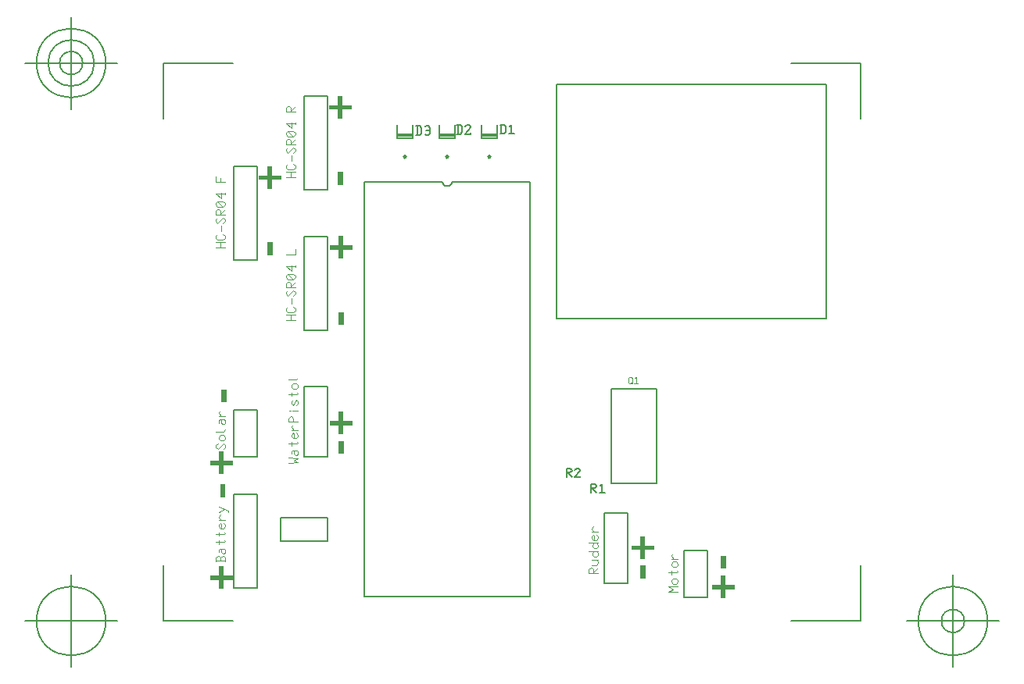
<source format=gbr>
G04 Generated by Ultiboard 14.2 *
%FSLAX34Y34*%
%MOMM*%

%ADD10C,0.0001*%
%ADD11C,0.0933*%
%ADD12C,0.0010*%
%ADD13C,0.2000*%
%ADD14C,0.2032*%
%ADD15C,0.1556*%
%ADD16C,0.2500*%
%ADD17C,0.1129*%
%ADD18C,0.1270*%


G04 ColorRGB FFFF00 for the following layer *
%LNSilkscreen Top*%
%LPD*%
G54D10*
G54D11*
X133080Y168636D02*
X143080Y169631D01*
X139080Y171622D01*
X143080Y173613D01*
X133080Y174609D01*
X136080Y178591D02*
X136080Y181578D01*
X137080Y182573D01*
X142080Y182573D01*
X143080Y181578D01*
X143080Y178591D01*
X142080Y177596D01*
X140080Y177596D01*
X139080Y178591D01*
X139080Y182573D01*
X142080Y182573D02*
X143080Y183569D01*
X142080Y191533D02*
X143080Y190538D01*
X142080Y189542D01*
X133080Y189542D01*
X136080Y187551D02*
X136080Y191533D01*
X141080Y201489D02*
X143080Y199498D01*
X143080Y197507D01*
X141080Y195516D01*
X138080Y195516D01*
X136080Y197507D01*
X136080Y199498D01*
X138080Y201489D01*
X139080Y200493D01*
X139080Y195516D01*
X139080Y204476D02*
X136080Y207462D01*
X136080Y208458D01*
X138080Y210449D01*
X143080Y204476D02*
X136080Y204476D01*
X143080Y213436D02*
X133080Y213436D01*
X133080Y217418D01*
X135080Y219409D01*
X136080Y219409D01*
X138080Y217418D01*
X138080Y213436D01*
X143080Y225382D02*
X137080Y225382D01*
X135080Y225382D02*
X134080Y225382D01*
X141080Y231356D02*
X143080Y233347D01*
X143080Y235338D01*
X141080Y237329D01*
X138080Y231356D01*
X136080Y233347D01*
X136080Y235338D01*
X138080Y237329D01*
X142080Y245293D02*
X143080Y244298D01*
X142080Y243302D01*
X133080Y243302D01*
X136080Y241311D02*
X136080Y245293D01*
X141080Y249276D02*
X143080Y251267D01*
X143080Y253258D01*
X141080Y255249D01*
X138080Y255249D01*
X136080Y253258D01*
X136080Y251267D01*
X138080Y249276D01*
X141080Y249276D01*
X133080Y259231D02*
X141080Y259231D01*
X143080Y261222D01*
X140265Y323301D02*
X130265Y323301D01*
X140265Y329274D02*
X130265Y329274D01*
X135265Y323301D02*
X135265Y329274D01*
X138265Y338234D02*
X140265Y336243D01*
X140265Y334252D01*
X138265Y332261D01*
X132265Y332261D01*
X130265Y334252D01*
X130265Y336243D01*
X132265Y338234D01*
X136265Y341221D02*
X136265Y347194D01*
X138265Y350181D02*
X140265Y352172D01*
X140265Y354163D01*
X138265Y356154D01*
X132265Y350181D01*
X130265Y352172D01*
X130265Y354163D01*
X132265Y356154D01*
X140265Y359141D02*
X130265Y359141D01*
X130265Y363123D01*
X132265Y365114D01*
X133265Y365114D01*
X135265Y363123D01*
X135265Y359141D01*
X135265Y360136D02*
X140265Y365114D01*
X132265Y368101D02*
X130265Y370092D01*
X130265Y372083D01*
X132265Y374074D01*
X138265Y374074D01*
X140265Y372083D01*
X140265Y370092D01*
X138265Y368101D01*
X132265Y368101D01*
X132265Y374074D02*
X138265Y368101D01*
X136265Y383034D02*
X136265Y377061D01*
X130265Y382039D01*
X140265Y382039D01*
X140265Y381043D02*
X140265Y383034D01*
X130265Y394981D02*
X140265Y394981D01*
X140265Y400954D01*
X64065Y402041D02*
X54065Y402041D01*
X64065Y408014D02*
X54065Y408014D01*
X59065Y402041D02*
X59065Y408014D01*
X62065Y416974D02*
X64065Y414983D01*
X64065Y412992D01*
X62065Y411001D01*
X56065Y411001D01*
X54065Y412992D01*
X54065Y414983D01*
X56065Y416974D01*
X60065Y419961D02*
X60065Y425934D01*
X62065Y428921D02*
X64065Y430912D01*
X64065Y432903D01*
X62065Y434894D01*
X56065Y428921D01*
X54065Y430912D01*
X54065Y432903D01*
X56065Y434894D01*
X64065Y437881D02*
X54065Y437881D01*
X54065Y441863D01*
X56065Y443854D01*
X57065Y443854D01*
X59065Y441863D01*
X59065Y437881D01*
X59065Y438876D02*
X64065Y443854D01*
X56065Y446841D02*
X54065Y448832D01*
X54065Y450823D01*
X56065Y452814D01*
X62065Y452814D01*
X64065Y450823D01*
X64065Y448832D01*
X62065Y446841D01*
X56065Y446841D01*
X56065Y452814D02*
X62065Y446841D01*
X60065Y461774D02*
X60065Y455801D01*
X54065Y460779D01*
X64065Y460779D01*
X64065Y459783D02*
X64065Y461774D01*
X64065Y473721D02*
X54065Y473721D01*
X54065Y479694D01*
X59065Y473721D02*
X59065Y477703D01*
X140265Y478241D02*
X130265Y478241D01*
X140265Y484214D02*
X130265Y484214D01*
X135265Y478241D02*
X135265Y484214D01*
X138265Y493174D02*
X140265Y491183D01*
X140265Y489192D01*
X138265Y487201D01*
X132265Y487201D01*
X130265Y489192D01*
X130265Y491183D01*
X132265Y493174D01*
X136265Y496161D02*
X136265Y502134D01*
X138265Y505121D02*
X140265Y507112D01*
X140265Y509103D01*
X138265Y511094D01*
X132265Y505121D01*
X130265Y507112D01*
X130265Y509103D01*
X132265Y511094D01*
X140265Y514081D02*
X130265Y514081D01*
X130265Y518063D01*
X132265Y520054D01*
X133265Y520054D01*
X135265Y518063D01*
X135265Y514081D01*
X135265Y515076D02*
X140265Y520054D01*
X132265Y523041D02*
X130265Y525032D01*
X130265Y527023D01*
X132265Y529014D01*
X138265Y529014D01*
X140265Y527023D01*
X140265Y525032D01*
X138265Y523041D01*
X132265Y523041D01*
X132265Y529014D02*
X138265Y523041D01*
X136265Y537974D02*
X136265Y532001D01*
X130265Y536979D01*
X140265Y536979D01*
X140265Y535983D02*
X140265Y537974D01*
X140265Y549921D02*
X130265Y549921D01*
X130265Y553903D01*
X132265Y555894D01*
X133265Y555894D01*
X135265Y553903D01*
X135265Y549921D01*
X135265Y550916D02*
X140265Y555894D01*
X62340Y184016D02*
X64340Y186007D01*
X64340Y187998D01*
X62340Y189989D01*
X56340Y184016D01*
X54340Y186007D01*
X54340Y187998D01*
X56340Y189989D01*
X62340Y192976D02*
X64340Y194967D01*
X64340Y196958D01*
X62340Y198949D01*
X59340Y198949D01*
X57340Y196958D01*
X57340Y194967D01*
X59340Y192976D01*
X62340Y192976D01*
X54340Y202931D02*
X62340Y202931D01*
X64340Y204922D01*
X57340Y211891D02*
X57340Y214878D01*
X58340Y215873D01*
X63340Y215873D01*
X64340Y214878D01*
X64340Y211891D01*
X63340Y210896D01*
X61340Y210896D01*
X60340Y211891D01*
X60340Y215873D01*
X63340Y215873D02*
X64340Y216869D01*
X60340Y219856D02*
X57340Y222842D01*
X57340Y223838D01*
X59340Y225829D01*
X64340Y219856D02*
X57340Y219856D01*
X554560Y28936D02*
X544560Y28936D01*
X549560Y31922D01*
X544560Y34909D01*
X554560Y34909D01*
X552560Y37896D02*
X554560Y39887D01*
X554560Y41878D01*
X552560Y43869D01*
X549560Y43869D01*
X547560Y41878D01*
X547560Y39887D01*
X549560Y37896D01*
X552560Y37896D01*
X553560Y51833D02*
X554560Y50838D01*
X553560Y49842D01*
X544560Y49842D01*
X547560Y47851D02*
X547560Y51833D01*
X552560Y55816D02*
X554560Y57807D01*
X554560Y59798D01*
X552560Y61789D01*
X549560Y61789D01*
X547560Y59798D01*
X547560Y57807D01*
X549560Y55816D01*
X552560Y55816D01*
X550560Y64776D02*
X547560Y67762D01*
X547560Y68758D01*
X549560Y70749D01*
X554560Y64776D02*
X547560Y64776D01*
X468200Y49256D02*
X458200Y49256D01*
X458200Y53238D01*
X460200Y55229D01*
X461200Y55229D01*
X463200Y53238D01*
X463200Y49256D01*
X463200Y50251D02*
X468200Y55229D01*
X461200Y58216D02*
X466200Y58216D01*
X468200Y60207D01*
X468200Y62198D01*
X466200Y64189D01*
X461200Y64189D01*
X466200Y64189D02*
X468200Y64189D01*
X466200Y73149D02*
X468200Y71158D01*
X468200Y69167D01*
X466200Y67176D01*
X464200Y67176D01*
X462200Y69167D01*
X462200Y71158D01*
X464200Y73149D01*
X458200Y73149D02*
X468200Y73149D01*
X466200Y82109D02*
X468200Y80118D01*
X468200Y78127D01*
X466200Y76136D01*
X464200Y76136D01*
X462200Y78127D01*
X462200Y80118D01*
X464200Y82109D01*
X458200Y82109D02*
X468200Y82109D01*
X466200Y91069D02*
X468200Y89078D01*
X468200Y87087D01*
X466200Y85096D01*
X463200Y85096D01*
X461200Y87087D01*
X461200Y89078D01*
X463200Y91069D01*
X464200Y90073D01*
X464200Y85096D01*
X464200Y94056D02*
X461200Y97042D01*
X461200Y98038D01*
X463200Y100029D01*
X468200Y94056D02*
X461200Y94056D01*
X64340Y61956D02*
X64340Y65938D01*
X62340Y67929D01*
X61340Y67929D01*
X59340Y65938D01*
X57340Y67929D01*
X56340Y67929D01*
X54340Y65938D01*
X54340Y62951D01*
X54340Y61956D01*
X59340Y62951D02*
X59340Y65938D01*
X54340Y62951D02*
X64340Y62951D01*
X57340Y71911D02*
X57340Y74898D01*
X58340Y75893D01*
X63340Y75893D01*
X64340Y74898D01*
X64340Y71911D01*
X63340Y70916D01*
X61340Y70916D01*
X60340Y71911D01*
X60340Y75893D01*
X63340Y75893D02*
X64340Y76889D01*
X63340Y84853D02*
X64340Y83858D01*
X63340Y82862D01*
X54340Y82862D01*
X57340Y80871D02*
X57340Y84853D01*
X63340Y93813D02*
X64340Y92818D01*
X63340Y91822D01*
X54340Y91822D01*
X57340Y89831D02*
X57340Y93813D01*
X62340Y103769D02*
X64340Y101778D01*
X64340Y99787D01*
X62340Y97796D01*
X59340Y97796D01*
X57340Y99787D01*
X57340Y101778D01*
X59340Y103769D01*
X60340Y102773D01*
X60340Y97796D01*
X60340Y106756D02*
X57340Y109742D01*
X57340Y110738D01*
X59340Y112729D01*
X64340Y106756D02*
X57340Y106756D01*
X67340Y115716D02*
X67340Y116711D01*
X57340Y121689D01*
X57340Y115716D02*
X63340Y118702D01*
G54D12*
G36*
X57875Y56597D02*
X57875Y56597D01*
X61926Y33205D01*
X61926Y56597D01*
X57875Y56597D01*
D02*
G37*
X61926Y33205D01*
X61926Y56597D01*
X57875Y56597D01*
G36*
X61926Y33205D02*
X61926Y33205D01*
X57875Y56597D01*
X57875Y46927D01*
X61926Y33205D01*
D02*
G37*
X57875Y56597D01*
X57875Y46927D01*
X61926Y33205D01*
G36*
X57875Y46927D02*
X57875Y46927D01*
X57875Y42875D01*
X61926Y33205D01*
X57875Y46927D01*
D02*
G37*
X57875Y42875D01*
X61926Y33205D01*
X57875Y46927D01*
G36*
X57875Y42875D02*
X57875Y42875D01*
X57875Y46927D01*
X48204Y46927D01*
X57875Y42875D01*
D02*
G37*
X57875Y46927D01*
X48204Y46927D01*
X57875Y42875D01*
G36*
X48204Y46927D02*
X48204Y46927D01*
X48204Y42875D01*
X57875Y42875D01*
X48204Y46927D01*
D02*
G37*
X48204Y42875D01*
X57875Y42875D01*
X48204Y46927D01*
G36*
X61926Y42875D02*
X61926Y42875D01*
X71597Y42875D01*
X61926Y46927D01*
X61926Y42875D01*
D02*
G37*
X71597Y42875D01*
X61926Y46927D01*
X61926Y42875D01*
G36*
X61926Y42875D01*
X61926Y56597D01*
X61926Y42875D01*
D02*
G37*
X61926Y56597D01*
X61926Y42875D01*
G36*
X61926Y42875D01*
X61926Y56597D01*
X61926Y33205D01*
X61926Y42875D01*
D02*
G37*
X61926Y56597D01*
X61926Y33205D01*
X61926Y42875D01*
G36*
X61926Y46927D02*
X61926Y46927D01*
X71597Y42875D01*
X71597Y46927D01*
X61926Y46927D01*
D02*
G37*
X71597Y42875D01*
X71597Y46927D01*
X61926Y46927D01*
G36*
X61926Y33205D02*
X61926Y33205D01*
X57875Y42875D01*
X57875Y33205D01*
X61926Y33205D01*
D02*
G37*
X57875Y42875D01*
X57875Y33205D01*
X61926Y33205D01*
G36*
X57875Y181057D02*
X57875Y181057D01*
X61926Y157665D01*
X61926Y181057D01*
X57875Y181057D01*
D02*
G37*
X61926Y157665D01*
X61926Y181057D01*
X57875Y181057D01*
G36*
X61926Y157665D02*
X61926Y157665D01*
X57875Y181057D01*
X57875Y171387D01*
X61926Y157665D01*
D02*
G37*
X57875Y181057D01*
X57875Y171387D01*
X61926Y157665D01*
G36*
X57875Y171387D02*
X57875Y171387D01*
X57875Y167335D01*
X61926Y157665D01*
X57875Y171387D01*
D02*
G37*
X57875Y167335D01*
X61926Y157665D01*
X57875Y171387D01*
G36*
X57875Y167335D02*
X57875Y167335D01*
X57875Y171387D01*
X48204Y171387D01*
X57875Y167335D01*
D02*
G37*
X57875Y171387D01*
X48204Y171387D01*
X57875Y167335D01*
G36*
X48204Y171387D02*
X48204Y171387D01*
X48204Y167335D01*
X57875Y167335D01*
X48204Y171387D01*
D02*
G37*
X48204Y167335D01*
X57875Y167335D01*
X48204Y171387D01*
G36*
X61926Y167335D02*
X61926Y167335D01*
X71597Y167335D01*
X61926Y171387D01*
X61926Y167335D01*
D02*
G37*
X71597Y167335D01*
X61926Y171387D01*
X61926Y167335D01*
G36*
X61926Y167335D01*
X61926Y181057D01*
X61926Y167335D01*
D02*
G37*
X61926Y181057D01*
X61926Y167335D01*
G36*
X61926Y167335D01*
X61926Y181057D01*
X61926Y157665D01*
X61926Y167335D01*
D02*
G37*
X61926Y181057D01*
X61926Y157665D01*
X61926Y167335D01*
G36*
X61926Y171387D02*
X61926Y171387D01*
X71597Y167335D01*
X71597Y171387D01*
X61926Y171387D01*
D02*
G37*
X71597Y167335D01*
X71597Y171387D01*
X61926Y171387D01*
G36*
X61926Y157665D02*
X61926Y157665D01*
X57875Y167335D01*
X57875Y157665D01*
X61926Y157665D01*
D02*
G37*
X57875Y167335D01*
X57875Y157665D01*
X61926Y157665D01*
G36*
X63180Y145513D02*
X63180Y145513D01*
X58815Y145513D01*
X58815Y132249D01*
X63180Y145513D01*
D02*
G37*
X58815Y145513D01*
X58815Y132249D01*
X63180Y145513D01*
G36*
X63180Y145513D01*
X58815Y132249D01*
X63180Y132249D01*
X63180Y145513D01*
D02*
G37*
X58815Y132249D01*
X63180Y132249D01*
X63180Y145513D01*
G36*
X64715Y248535D02*
X64715Y248535D01*
X60350Y248535D01*
X60350Y235272D01*
X64715Y248535D01*
D02*
G37*
X60350Y248535D01*
X60350Y235272D01*
X64715Y248535D01*
G36*
X64715Y248535D01*
X60350Y235272D01*
X64715Y235272D01*
X64715Y248535D01*
D02*
G37*
X60350Y235272D01*
X64715Y235272D01*
X64715Y248535D01*
G36*
X187415Y224237D02*
X187415Y224237D01*
X191466Y200845D01*
X191466Y224237D01*
X187415Y224237D01*
D02*
G37*
X191466Y200845D01*
X191466Y224237D01*
X187415Y224237D01*
G36*
X191466Y200845D02*
X191466Y200845D01*
X187415Y224237D01*
X187415Y214567D01*
X191466Y200845D01*
D02*
G37*
X187415Y224237D01*
X187415Y214567D01*
X191466Y200845D01*
G36*
X187415Y214567D02*
X187415Y214567D01*
X187415Y210515D01*
X191466Y200845D01*
X187415Y214567D01*
D02*
G37*
X187415Y210515D01*
X191466Y200845D01*
X187415Y214567D01*
G36*
X187415Y210515D02*
X187415Y210515D01*
X187415Y214567D01*
X177744Y214567D01*
X187415Y210515D01*
D02*
G37*
X187415Y214567D01*
X177744Y214567D01*
X187415Y210515D01*
G36*
X177744Y214567D02*
X177744Y214567D01*
X177744Y210515D01*
X187415Y210515D01*
X177744Y214567D01*
D02*
G37*
X177744Y210515D01*
X187415Y210515D01*
X177744Y214567D01*
G36*
X191466Y210515D02*
X191466Y210515D01*
X201137Y210515D01*
X191466Y214567D01*
X191466Y210515D01*
D02*
G37*
X201137Y210515D01*
X191466Y214567D01*
X191466Y210515D01*
G36*
X191466Y210515D01*
X191466Y224237D01*
X191466Y210515D01*
D02*
G37*
X191466Y224237D01*
X191466Y210515D01*
G36*
X191466Y210515D01*
X191466Y224237D01*
X191466Y200845D01*
X191466Y210515D01*
D02*
G37*
X191466Y224237D01*
X191466Y200845D01*
X191466Y210515D01*
G36*
X191466Y214567D02*
X191466Y214567D01*
X201137Y210515D01*
X201137Y214567D01*
X191466Y214567D01*
D02*
G37*
X201137Y210515D01*
X201137Y214567D01*
X191466Y214567D01*
G36*
X191466Y200845D02*
X191466Y200845D01*
X187415Y210515D01*
X187415Y200845D01*
X191466Y200845D01*
D02*
G37*
X187415Y210515D01*
X187415Y200845D01*
X191466Y200845D01*
G36*
X191715Y192655D02*
X191715Y192655D01*
X187350Y192655D01*
X187350Y179392D01*
X191715Y192655D01*
D02*
G37*
X187350Y192655D01*
X187350Y179392D01*
X191715Y192655D01*
G36*
X191715Y192655D01*
X187350Y179392D01*
X191715Y179392D01*
X191715Y192655D01*
D02*
G37*
X187350Y179392D01*
X191715Y179392D01*
X191715Y192655D01*
G36*
X191715Y332355D02*
X191715Y332355D01*
X187350Y332355D01*
X187350Y319092D01*
X191715Y332355D01*
D02*
G37*
X187350Y332355D01*
X187350Y319092D01*
X191715Y332355D01*
G36*
X191715Y332355D01*
X187350Y319092D01*
X191715Y319092D01*
X191715Y332355D01*
D02*
G37*
X187350Y319092D01*
X191715Y319092D01*
X191715Y332355D01*
G36*
X187415Y414737D02*
X187415Y414737D01*
X191466Y391345D01*
X191466Y414737D01*
X187415Y414737D01*
D02*
G37*
X191466Y391345D01*
X191466Y414737D01*
X187415Y414737D01*
G36*
X191466Y391345D02*
X191466Y391345D01*
X187415Y414737D01*
X187415Y405067D01*
X191466Y391345D01*
D02*
G37*
X187415Y414737D01*
X187415Y405067D01*
X191466Y391345D01*
G36*
X187415Y405067D02*
X187415Y405067D01*
X187415Y401015D01*
X191466Y391345D01*
X187415Y405067D01*
D02*
G37*
X187415Y401015D01*
X191466Y391345D01*
X187415Y405067D01*
G36*
X187415Y401015D02*
X187415Y401015D01*
X187415Y405067D01*
X177744Y405067D01*
X187415Y401015D01*
D02*
G37*
X187415Y405067D01*
X177744Y405067D01*
X187415Y401015D01*
G36*
X177744Y405067D02*
X177744Y405067D01*
X177744Y401015D01*
X187415Y401015D01*
X177744Y405067D01*
D02*
G37*
X177744Y401015D01*
X187415Y401015D01*
X177744Y405067D01*
G36*
X191466Y401015D02*
X191466Y401015D01*
X201137Y401015D01*
X191466Y405067D01*
X191466Y401015D01*
D02*
G37*
X201137Y401015D01*
X191466Y405067D01*
X191466Y401015D01*
G36*
X191466Y401015D01*
X191466Y414737D01*
X191466Y401015D01*
D02*
G37*
X191466Y414737D01*
X191466Y401015D01*
G36*
X191466Y401015D01*
X191466Y414737D01*
X191466Y391345D01*
X191466Y401015D01*
D02*
G37*
X191466Y414737D01*
X191466Y391345D01*
X191466Y401015D01*
G36*
X191466Y405067D02*
X191466Y405067D01*
X201137Y401015D01*
X201137Y405067D01*
X191466Y405067D01*
D02*
G37*
X201137Y401015D01*
X201137Y405067D01*
X191466Y405067D01*
G36*
X191466Y391345D02*
X191466Y391345D01*
X187415Y401015D01*
X187415Y391345D01*
X191466Y391345D01*
D02*
G37*
X187415Y401015D01*
X187415Y391345D01*
X191466Y391345D01*
G36*
X186570Y566534D02*
X186570Y566534D01*
X190621Y543142D01*
X190621Y566534D01*
X186570Y566534D01*
D02*
G37*
X190621Y543142D01*
X190621Y566534D01*
X186570Y566534D01*
G36*
X190621Y543142D02*
X190621Y543142D01*
X186570Y566534D01*
X186570Y556863D01*
X190621Y543142D01*
D02*
G37*
X186570Y566534D01*
X186570Y556863D01*
X190621Y543142D01*
G36*
X186570Y556863D02*
X186570Y556863D01*
X186570Y552812D01*
X190621Y543142D01*
X186570Y556863D01*
D02*
G37*
X186570Y552812D01*
X190621Y543142D01*
X186570Y556863D01*
G36*
X186570Y552812D02*
X186570Y552812D01*
X186570Y556863D01*
X176899Y556863D01*
X186570Y552812D01*
D02*
G37*
X186570Y556863D01*
X176899Y556863D01*
X186570Y552812D01*
G36*
X176899Y556863D02*
X176899Y556863D01*
X176899Y552812D01*
X186570Y552812D01*
X176899Y556863D01*
D02*
G37*
X176899Y552812D01*
X186570Y552812D01*
X176899Y556863D01*
G36*
X190621Y552812D02*
X190621Y552812D01*
X200292Y552812D01*
X190621Y556863D01*
X190621Y552812D01*
D02*
G37*
X200292Y552812D01*
X190621Y556863D01*
X190621Y552812D01*
G36*
X190621Y552812D01*
X190621Y566534D01*
X190621Y552812D01*
D02*
G37*
X190621Y566534D01*
X190621Y552812D01*
G36*
X190621Y552812D01*
X190621Y566534D01*
X190621Y543142D01*
X190621Y552812D01*
D02*
G37*
X190621Y566534D01*
X190621Y543142D01*
X190621Y552812D01*
G36*
X190621Y556863D02*
X190621Y556863D01*
X200292Y552812D01*
X200292Y556863D01*
X190621Y556863D01*
D02*
G37*
X200292Y552812D01*
X200292Y556863D01*
X190621Y556863D01*
G36*
X190621Y543142D02*
X190621Y543142D01*
X186570Y552812D01*
X186570Y543142D01*
X190621Y543142D01*
D02*
G37*
X186570Y552812D01*
X186570Y543142D01*
X190621Y543142D01*
G36*
X190870Y484152D02*
X190870Y484152D01*
X186505Y484152D01*
X186505Y470888D01*
X190870Y484152D01*
D02*
G37*
X186505Y484152D01*
X186505Y470888D01*
X190870Y484152D01*
G36*
X190870Y484152D01*
X186505Y470888D01*
X190870Y470888D01*
X190870Y484152D01*
D02*
G37*
X186505Y470888D01*
X190870Y470888D01*
X190870Y484152D01*
G36*
X110370Y490334D02*
X110370Y490334D01*
X114421Y466942D01*
X114421Y490334D01*
X110370Y490334D01*
D02*
G37*
X114421Y466942D01*
X114421Y490334D01*
X110370Y490334D01*
G36*
X114421Y466942D02*
X114421Y466942D01*
X110370Y490334D01*
X110370Y480663D01*
X114421Y466942D01*
D02*
G37*
X110370Y490334D01*
X110370Y480663D01*
X114421Y466942D01*
G36*
X110370Y480663D02*
X110370Y480663D01*
X110370Y476612D01*
X114421Y466942D01*
X110370Y480663D01*
D02*
G37*
X110370Y476612D01*
X114421Y466942D01*
X110370Y480663D01*
G36*
X110370Y476612D02*
X110370Y476612D01*
X110370Y480663D01*
X100699Y480663D01*
X110370Y476612D01*
D02*
G37*
X110370Y480663D01*
X100699Y480663D01*
X110370Y476612D01*
G36*
X100699Y480663D02*
X100699Y480663D01*
X100699Y476612D01*
X110370Y476612D01*
X100699Y480663D01*
D02*
G37*
X100699Y476612D01*
X110370Y476612D01*
X100699Y480663D01*
G36*
X114421Y476612D02*
X114421Y476612D01*
X124092Y476612D01*
X114421Y480663D01*
X114421Y476612D01*
D02*
G37*
X124092Y476612D01*
X114421Y480663D01*
X114421Y476612D01*
G36*
X114421Y476612D01*
X114421Y490334D01*
X114421Y476612D01*
D02*
G37*
X114421Y490334D01*
X114421Y476612D01*
G36*
X114421Y476612D01*
X114421Y490334D01*
X114421Y466942D01*
X114421Y476612D01*
D02*
G37*
X114421Y490334D01*
X114421Y466942D01*
X114421Y476612D01*
G36*
X114421Y480663D02*
X114421Y480663D01*
X124092Y476612D01*
X124092Y480663D01*
X114421Y480663D01*
D02*
G37*
X124092Y476612D01*
X124092Y480663D01*
X114421Y480663D01*
G36*
X114421Y466942D02*
X114421Y466942D01*
X110370Y476612D01*
X110370Y466942D01*
X114421Y466942D01*
D02*
G37*
X110370Y476612D01*
X110370Y466942D01*
X114421Y466942D01*
G36*
X114670Y407952D02*
X114670Y407952D01*
X110305Y407952D01*
X110305Y394688D01*
X114670Y407952D01*
D02*
G37*
X110305Y407952D01*
X110305Y394688D01*
X114670Y407952D01*
G36*
X114670Y407952D01*
X110305Y394688D01*
X114670Y394688D01*
X114670Y407952D01*
D02*
G37*
X110305Y394688D01*
X114670Y394688D01*
X114670Y407952D01*
G36*
X601435Y46437D02*
X601435Y46437D01*
X605486Y23045D01*
X605486Y46437D01*
X601435Y46437D01*
D02*
G37*
X605486Y23045D01*
X605486Y46437D01*
X601435Y46437D01*
G36*
X605486Y23045D02*
X605486Y23045D01*
X601435Y46437D01*
X601435Y36767D01*
X605486Y23045D01*
D02*
G37*
X601435Y46437D01*
X601435Y36767D01*
X605486Y23045D01*
G36*
X601435Y36767D02*
X601435Y36767D01*
X601435Y32715D01*
X605486Y23045D01*
X601435Y36767D01*
D02*
G37*
X601435Y32715D01*
X605486Y23045D01*
X601435Y36767D01*
G36*
X601435Y32715D02*
X601435Y32715D01*
X601435Y36767D01*
X591764Y36767D01*
X601435Y32715D01*
D02*
G37*
X601435Y36767D01*
X591764Y36767D01*
X601435Y32715D01*
G36*
X591764Y36767D02*
X591764Y36767D01*
X591764Y32715D01*
X601435Y32715D01*
X591764Y36767D01*
D02*
G37*
X591764Y32715D01*
X601435Y32715D01*
X591764Y36767D01*
G36*
X605486Y32715D02*
X605486Y32715D01*
X615157Y32715D01*
X605486Y36767D01*
X605486Y32715D01*
D02*
G37*
X615157Y32715D01*
X605486Y36767D01*
X605486Y32715D01*
G36*
X605486Y32715D01*
X605486Y46437D01*
X605486Y32715D01*
D02*
G37*
X605486Y46437D01*
X605486Y32715D01*
G36*
X605486Y32715D01*
X605486Y46437D01*
X605486Y23045D01*
X605486Y32715D01*
D02*
G37*
X605486Y46437D01*
X605486Y23045D01*
X605486Y32715D01*
G36*
X605486Y36767D02*
X605486Y36767D01*
X615157Y32715D01*
X615157Y36767D01*
X605486Y36767D01*
D02*
G37*
X615157Y32715D01*
X615157Y36767D01*
X605486Y36767D01*
G36*
X605486Y23045D02*
X605486Y23045D01*
X601435Y32715D01*
X601435Y23045D01*
X605486Y23045D01*
D02*
G37*
X601435Y32715D01*
X601435Y23045D01*
X605486Y23045D01*
G36*
X605735Y68195D02*
X605735Y68195D01*
X601370Y68195D01*
X601370Y54932D01*
X605735Y68195D01*
D02*
G37*
X601370Y68195D01*
X601370Y54932D01*
X605735Y68195D01*
G36*
X605735Y68195D01*
X601370Y54932D01*
X605735Y54932D01*
X605735Y68195D01*
D02*
G37*
X601370Y54932D01*
X605735Y54932D01*
X605735Y68195D01*
G36*
X514230Y89014D02*
X514230Y89014D01*
X518281Y65622D01*
X518281Y89014D01*
X514230Y89014D01*
D02*
G37*
X518281Y65622D01*
X518281Y89014D01*
X514230Y89014D01*
G36*
X518281Y65622D02*
X518281Y65622D01*
X514230Y89014D01*
X514230Y79343D01*
X518281Y65622D01*
D02*
G37*
X514230Y89014D01*
X514230Y79343D01*
X518281Y65622D01*
G36*
X514230Y79343D02*
X514230Y79343D01*
X514230Y75292D01*
X518281Y65622D01*
X514230Y79343D01*
D02*
G37*
X514230Y75292D01*
X518281Y65622D01*
X514230Y79343D01*
G36*
X514230Y75292D02*
X514230Y75292D01*
X514230Y79343D01*
X504559Y79343D01*
X514230Y75292D01*
D02*
G37*
X514230Y79343D01*
X504559Y79343D01*
X514230Y75292D01*
G36*
X504559Y79343D02*
X504559Y79343D01*
X504559Y75292D01*
X514230Y75292D01*
X504559Y79343D01*
D02*
G37*
X504559Y75292D01*
X514230Y75292D01*
X504559Y79343D01*
G36*
X518281Y75292D02*
X518281Y75292D01*
X527952Y75292D01*
X518281Y79343D01*
X518281Y75292D01*
D02*
G37*
X527952Y75292D01*
X518281Y79343D01*
X518281Y75292D01*
G36*
X518281Y75292D01*
X518281Y89014D01*
X518281Y75292D01*
D02*
G37*
X518281Y89014D01*
X518281Y75292D01*
G36*
X518281Y75292D01*
X518281Y89014D01*
X518281Y65622D01*
X518281Y75292D01*
D02*
G37*
X518281Y89014D01*
X518281Y65622D01*
X518281Y75292D01*
G36*
X518281Y79343D02*
X518281Y79343D01*
X527952Y75292D01*
X527952Y79343D01*
X518281Y79343D01*
D02*
G37*
X527952Y75292D01*
X527952Y79343D01*
X518281Y79343D01*
G36*
X518281Y65622D02*
X518281Y65622D01*
X514230Y75292D01*
X514230Y65622D01*
X518281Y65622D01*
D02*
G37*
X514230Y75292D01*
X514230Y65622D01*
X518281Y65622D01*
G36*
X518530Y57432D02*
X518530Y57432D01*
X514165Y57432D01*
X514165Y44168D01*
X518530Y57432D01*
D02*
G37*
X514165Y57432D01*
X514165Y44168D01*
X518530Y57432D01*
G36*
X518530Y57432D01*
X514165Y44168D01*
X518530Y44168D01*
X518530Y57432D01*
D02*
G37*
X514165Y44168D01*
X518530Y44168D01*
X518530Y57432D01*
G54D13*
X73660Y134620D02*
X99060Y134620D01*
X99060Y33020D01*
X73660Y33020D01*
X73660Y134620D01*
X73660Y226060D02*
X99060Y226060D01*
X99060Y175260D01*
X73660Y175260D01*
X73660Y226060D01*
X149860Y251460D02*
X175260Y251460D01*
X175260Y175179D01*
X149860Y175179D01*
X149860Y251460D01*
X149860Y414020D02*
X175260Y414020D01*
X175260Y312420D01*
X149860Y312420D01*
X149860Y414020D01*
X73660Y490220D02*
X99060Y490220D01*
X99060Y388620D01*
X73660Y388620D01*
X73660Y490220D01*
X149860Y566420D02*
X175260Y566420D01*
X175260Y464820D01*
X149860Y464820D01*
X149860Y566420D01*
X474980Y114337D02*
X500380Y114337D01*
X500380Y38100D01*
X474980Y38100D01*
X474980Y114337D01*
X561340Y73777D02*
X586740Y73777D01*
X586740Y22860D01*
X561340Y22860D01*
X561340Y73777D01*
X124460Y109220D02*
X175260Y109220D01*
X175260Y83820D01*
X124460Y83820D01*
X124460Y109220D01*
X267580Y521320D02*
X267580Y535320D01*
X250580Y521320D02*
X250580Y535320D01*
X267580Y521320D02*
X250580Y521320D01*
X267580Y523320D02*
X250580Y523320D01*
X267580Y525320D02*
X250580Y525320D01*
X313300Y521320D02*
X313300Y535320D01*
X296300Y521320D02*
X296300Y535320D01*
X313300Y521320D02*
X296300Y521320D01*
X313300Y523320D02*
X296300Y523320D01*
X313300Y525320D02*
X296300Y525320D01*
X359020Y521320D02*
X359020Y535320D01*
X342020Y521320D02*
X342020Y535320D01*
X359020Y521320D02*
X342020Y521320D01*
X359020Y523320D02*
X342020Y523320D01*
X359020Y525320D02*
X342020Y525320D01*
X531357Y147120D02*
X482357Y147120D01*
X482357Y249120D01*
X531357Y249120D01*
X531357Y147120D01*
G54D14*
X422910Y579120D02*
X422910Y325120D01*
X715010Y579120D02*
X422910Y579120D01*
X422910Y325120D02*
X715010Y325120D01*
X715010Y579120D01*
X214800Y473920D02*
X214800Y23920D01*
X394800Y23920D01*
X394800Y473920D01*
X299800Y473920D02*
X299819Y473484D01*
X299876Y473052D01*
X299970Y472626D01*
X300102Y472210D01*
X300268Y471807D01*
X300470Y471420D01*
X300704Y471052D01*
X300970Y470706D01*
X301264Y470384D01*
X301586Y470090D01*
X301932Y469824D01*
X302300Y469590D01*
X302687Y469388D01*
X303090Y469222D01*
X303506Y469090D01*
X303932Y468996D01*
X304364Y468939D01*
X304800Y468920D01*
X305236Y468939D01*
X305668Y468996D01*
X306094Y469090D01*
X306510Y469222D01*
X306913Y469388D01*
X307300Y469590D01*
X307668Y469824D01*
X308014Y470090D01*
X308336Y470384D01*
X308630Y470706D01*
X308896Y471052D01*
X309130Y471420D01*
X309332Y471807D01*
X309498Y472210D01*
X309630Y472626D01*
X309724Y473052D01*
X309781Y473484D01*
X309800Y473920D01*
X394800Y473920D02*
X309800Y473920D01*
X299800Y473920D02*
X214800Y473920D01*
G54D15*
X271116Y524320D02*
X275098Y524320D01*
X277089Y526320D01*
X277089Y532320D01*
X275098Y534320D01*
X271116Y534320D01*
X272111Y534320D02*
X272111Y524320D01*
X281071Y533320D02*
X282067Y534320D01*
X284058Y534320D01*
X286049Y532320D01*
X286049Y530320D01*
X285053Y529320D01*
X286049Y528320D01*
X286049Y526320D01*
X284058Y524320D01*
X282067Y524320D01*
X281071Y525320D01*
X282067Y529320D02*
X285053Y529320D01*
X315236Y525520D02*
X319218Y525520D01*
X321209Y527520D01*
X321209Y533520D01*
X319218Y535520D01*
X315236Y535520D01*
X316231Y535520D02*
X316231Y525520D01*
X324196Y533520D02*
X326187Y535520D01*
X328178Y535520D01*
X330169Y533520D01*
X330169Y532520D01*
X324196Y525520D01*
X330169Y525520D01*
X330169Y526520D01*
X362256Y525660D02*
X366238Y525660D01*
X368229Y527660D01*
X368229Y533660D01*
X366238Y535660D01*
X362256Y535660D01*
X363251Y535660D02*
X363251Y525660D01*
X372211Y533660D02*
X374202Y535660D01*
X374202Y525660D01*
X371216Y525660D02*
X377189Y525660D01*
X460736Y136320D02*
X460736Y146320D01*
X464718Y146320D01*
X466709Y144320D01*
X466709Y143320D01*
X464718Y141320D01*
X460736Y141320D01*
X461731Y141320D02*
X466709Y136320D01*
X470691Y144320D02*
X472682Y146320D01*
X472682Y136320D01*
X469696Y136320D02*
X475669Y136320D01*
X433996Y153220D02*
X433996Y163220D01*
X437978Y163220D01*
X439969Y161220D01*
X439969Y160220D01*
X437978Y158220D01*
X433996Y158220D01*
X434991Y158220D02*
X439969Y153220D01*
X442956Y161220D02*
X444947Y163220D01*
X446938Y163220D01*
X448929Y161220D01*
X448929Y160220D01*
X442956Y153220D01*
X448929Y153220D01*
X448929Y154220D01*
G54D16*
X257830Y500820D02*
G75*
D01*
G02X257830Y500820I1250J0*
G01*
X303550Y500820D02*
G75*
D01*
G02X303550Y500820I1250J0*
G01*
X349270Y500820D02*
G75*
D01*
G02X349270Y500820I1250J0*
G01*
G54D17*
X500823Y256359D02*
X502268Y254907D01*
X503713Y254907D01*
X505158Y256359D01*
X505158Y260713D01*
X503713Y262164D01*
X502268Y262164D01*
X500823Y260713D01*
X500823Y256359D01*
X503713Y256359D02*
X505158Y254907D01*
X508048Y260713D02*
X509493Y262164D01*
X509493Y254907D01*
X507325Y254907D02*
X511660Y254907D01*
G54D18*
X-2540Y-2540D02*
X-2540Y57968D01*
X-2540Y-2540D02*
X72968Y-2540D01*
X752540Y-2540D02*
X677032Y-2540D01*
X752540Y-2540D02*
X752540Y57968D01*
X752540Y602540D02*
X752540Y542032D01*
X752540Y602540D02*
X677032Y602540D01*
X-2540Y602540D02*
X72968Y602540D01*
X-2540Y602540D02*
X-2540Y542032D01*
X-52540Y-2540D02*
X-152540Y-2540D01*
X-102540Y-52540D02*
X-102540Y47460D01*
X-140040Y-2540D02*
G75*
D01*
G02X-140040Y-2540I37500J0*
G01*
X802540Y-2540D02*
X902540Y-2540D01*
X852540Y-52540D02*
X852540Y47460D01*
X815040Y-2540D02*
G75*
D01*
G02X815040Y-2540I37500J0*
G01*
X840040Y-2540D02*
G75*
D01*
G02X840040Y-2540I12500J0*
G01*
X-52540Y602540D02*
X-152540Y602540D01*
X-102540Y552540D02*
X-102540Y652540D01*
X-140040Y602540D02*
G75*
D01*
G02X-140040Y602540I37500J0*
G01*
X-127540Y602540D02*
G75*
D01*
G02X-127540Y602540I25000J0*
G01*
X-115040Y602540D02*
G75*
D01*
G02X-115040Y602540I12500J0*
G01*

M02*

</source>
